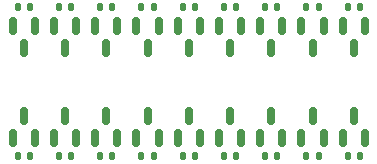
<source format=gbr>
%TF.GenerationSoftware,KiCad,Pcbnew,(6.0.9)*%
%TF.CreationDate,2024-05-18T22:59:34+02:00*%
%TF.ProjectId,Breadboard-byte-leds,42726561-6462-46f6-9172-642d62797465,rev?*%
%TF.SameCoordinates,Original*%
%TF.FileFunction,Paste,Bot*%
%TF.FilePolarity,Positive*%
%FSLAX46Y46*%
G04 Gerber Fmt 4.6, Leading zero omitted, Abs format (unit mm)*
G04 Created by KiCad (PCBNEW (6.0.9)) date 2024-05-18 22:59:34*
%MOMM*%
%LPD*%
G01*
G04 APERTURE LIST*
G04 Aperture macros list*
%AMRoundRect*
0 Rectangle with rounded corners*
0 $1 Rounding radius*
0 $2 $3 $4 $5 $6 $7 $8 $9 X,Y pos of 4 corners*
0 Add a 4 corners polygon primitive as box body*
4,1,4,$2,$3,$4,$5,$6,$7,$8,$9,$2,$3,0*
0 Add four circle primitives for the rounded corners*
1,1,$1+$1,$2,$3*
1,1,$1+$1,$4,$5*
1,1,$1+$1,$6,$7*
1,1,$1+$1,$8,$9*
0 Add four rect primitives between the rounded corners*
20,1,$1+$1,$2,$3,$4,$5,0*
20,1,$1+$1,$4,$5,$6,$7,0*
20,1,$1+$1,$6,$7,$8,$9,0*
20,1,$1+$1,$8,$9,$2,$3,0*%
G04 Aperture macros list end*
%ADD10RoundRect,0.135000X-0.135000X-0.185000X0.135000X-0.185000X0.135000X0.185000X-0.135000X0.185000X0*%
%ADD11RoundRect,0.135000X0.135000X0.185000X-0.135000X0.185000X-0.135000X-0.185000X0.135000X-0.185000X0*%
%ADD12RoundRect,0.150000X0.150000X-0.587500X0.150000X0.587500X-0.150000X0.587500X-0.150000X-0.587500X0*%
%ADD13RoundRect,0.150000X-0.150000X0.587500X-0.150000X-0.587500X0.150000X-0.587500X0.150000X0.587500X0*%
G04 APERTURE END LIST*
D10*
%TO.C,R15*%
X159192500Y-71120000D03*
X160212500Y-71120000D03*
%TD*%
D11*
%TO.C,R30*%
X149735000Y-83756500D03*
X148715000Y-83756500D03*
%TD*%
D12*
%TO.C,Q14*%
X157160000Y-82217500D03*
X155260000Y-82217500D03*
X156210000Y-80342500D03*
%TD*%
D10*
%TO.C,R13*%
X152207500Y-71120000D03*
X153227500Y-71120000D03*
%TD*%
D13*
%TO.C,Q2*%
X144782500Y-72722500D03*
X146682500Y-72722500D03*
X145732500Y-74597500D03*
%TD*%
D10*
%TO.C,R10*%
X141730000Y-71120000D03*
X142750000Y-71120000D03*
%TD*%
D12*
%TO.C,Q12*%
X150175000Y-82217500D03*
X148275000Y-82217500D03*
X149225000Y-80342500D03*
%TD*%
D10*
%TO.C,R18*%
X169670000Y-71120000D03*
X170690000Y-71120000D03*
%TD*%
D11*
%TO.C,R34*%
X163705000Y-83756500D03*
X162685000Y-83756500D03*
%TD*%
D12*
%TO.C,Q16*%
X164145000Y-82217500D03*
X162245000Y-82217500D03*
X163195000Y-80342500D03*
%TD*%
D10*
%TO.C,R16*%
X162685000Y-71120000D03*
X163705000Y-71120000D03*
%TD*%
D13*
%TO.C,Q9*%
X169230000Y-72722500D03*
X171130000Y-72722500D03*
X170180000Y-74597500D03*
%TD*%
D10*
%TO.C,R14*%
X155700000Y-71120000D03*
X156720000Y-71120000D03*
%TD*%
D13*
%TO.C,Q5*%
X155260000Y-72722500D03*
X157160000Y-72722500D03*
X156210000Y-74597500D03*
%TD*%
D11*
%TO.C,R32*%
X156720000Y-83756500D03*
X155700000Y-83756500D03*
%TD*%
D12*
%TO.C,Q17*%
X167637500Y-82217500D03*
X165737500Y-82217500D03*
X166687500Y-80342500D03*
%TD*%
%TO.C,Q15*%
X160652500Y-82217500D03*
X158752500Y-82217500D03*
X159702500Y-80342500D03*
%TD*%
%TO.C,Q18*%
X171130000Y-82217500D03*
X169230000Y-82217500D03*
X170180000Y-80342500D03*
%TD*%
D13*
%TO.C,Q4*%
X151767500Y-72722500D03*
X153667500Y-72722500D03*
X152717500Y-74597500D03*
%TD*%
%TO.C,Q6*%
X158752500Y-72722500D03*
X160652500Y-72722500D03*
X159702500Y-74597500D03*
%TD*%
%TO.C,Q8*%
X165737500Y-72722500D03*
X167637500Y-72722500D03*
X166687500Y-74597500D03*
%TD*%
D11*
%TO.C,R28*%
X142750000Y-83756500D03*
X141730000Y-83756500D03*
%TD*%
D12*
%TO.C,Q11*%
X146682500Y-82217500D03*
X144782500Y-82217500D03*
X145732500Y-80342500D03*
%TD*%
D11*
%TO.C,R35*%
X167197500Y-83756500D03*
X166177500Y-83756500D03*
%TD*%
D12*
%TO.C,Q13*%
X153667500Y-82217500D03*
X151767500Y-82217500D03*
X152717500Y-80342500D03*
%TD*%
D13*
%TO.C,Q7*%
X162245000Y-72722500D03*
X164145000Y-72722500D03*
X163195000Y-74597500D03*
%TD*%
D11*
%TO.C,R36*%
X170690000Y-83756500D03*
X169670000Y-83756500D03*
%TD*%
D10*
%TO.C,R11*%
X145222500Y-71120000D03*
X146242500Y-71120000D03*
%TD*%
D11*
%TO.C,R31*%
X153227500Y-83756500D03*
X152207500Y-83756500D03*
%TD*%
D13*
%TO.C,Q3*%
X148275000Y-72722500D03*
X150175000Y-72722500D03*
X149225000Y-74597500D03*
%TD*%
D12*
%TO.C,Q10*%
X143190000Y-82217500D03*
X141290000Y-82217500D03*
X142240000Y-80342500D03*
%TD*%
D11*
%TO.C,R33*%
X160212500Y-83756500D03*
X159192500Y-83756500D03*
%TD*%
D10*
%TO.C,R12*%
X148715000Y-71120000D03*
X149735000Y-71120000D03*
%TD*%
D11*
%TO.C,R29*%
X146242500Y-83756500D03*
X145222500Y-83756500D03*
%TD*%
D10*
%TO.C,R17*%
X166177500Y-71120000D03*
X167197500Y-71120000D03*
%TD*%
D13*
%TO.C,Q1*%
X141290000Y-72722500D03*
X143190000Y-72722500D03*
X142240000Y-74597500D03*
%TD*%
M02*

</source>
